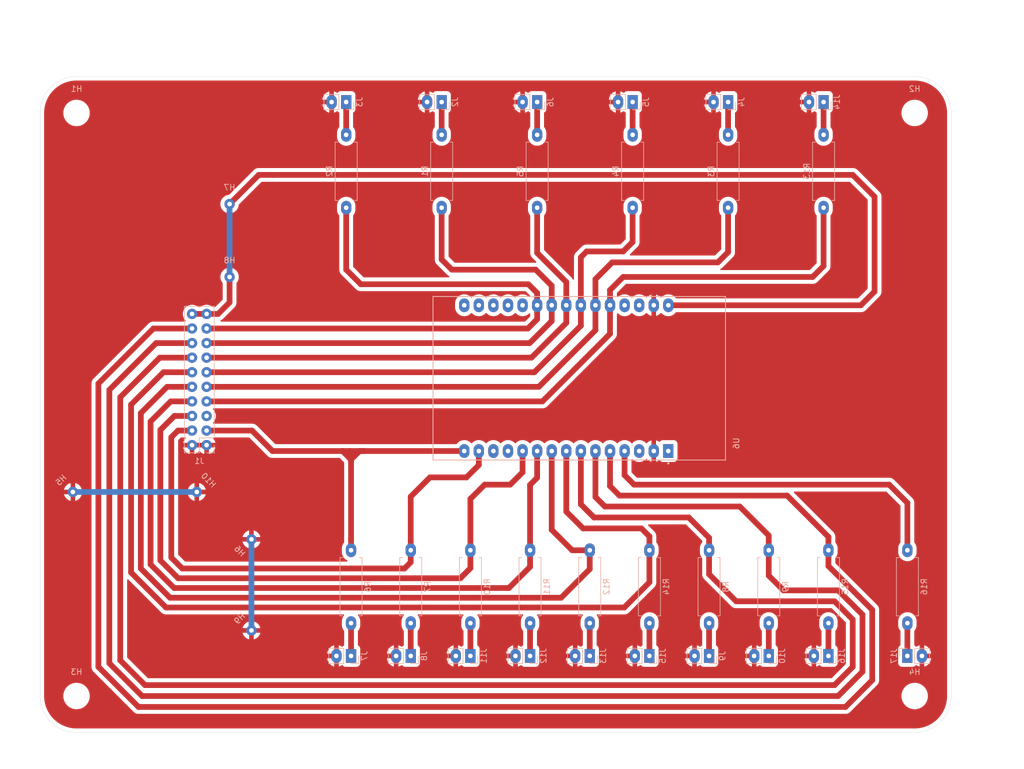
<source format=kicad_pcb>
(kicad_pcb (version 20240108) (generator "pcbnew") (generator_version "8.0")
  (title_block (title "Tool Manager PCB v2") (date "08/10/2024") (company "ETS - Robert Bosch Curitiba"))
  (layers (0 "F.Cu" signal) (31 "B.Cu" signal) (34 "B.Paste" user) (35 "F.Paste" user) (36 "B.SilkS" user "B.Silkscreen") (37 "F.SilkS" user "F.Silkscreen") (38 "B.Mask" user) (39 "F.Mask" user) (44 "Edge.Cuts" user))
  (net 0 "")
  (net 1 "+5V")
  (net 2 "GND")
  (net 4 "/RR3")
  (net 5 "/RR8")
  (net 6 "/RR10")
  (net 7 "/RR13")
  (net 8 "/RR1")
  (net 9 "/RR7")
  (net 10 "/RR15")
  (net 11 "/RR4")
  (net 12 "/RR11")
  (net 13 "/RR12")
  (net 14 "/RR14")
  (net 15 "/RR9")
  (net 16 "/RR5")
  (net 17 "/RR6")
  (net 18 "/RR2")
  (net 19 "Net-(J2-Pin_1)")
  (net 20 "Net-(J3-Pin_1)")
  (net 21 "Net-(J4-Pin_1)")
  (net 22 "Net-(J5-Pin_1)")
  (net 23 "Net-(J6-Pin_1)")
  (net 24 "Net-(J7-Pin_1)")
  (net 25 "Net-(J8-Pin_1)")
  (net 26 "Net-(J9-Pin_1)")
  (net 27 "Net-(J10-Pin_1)")
  (net 28 "Net-(J11-Pin_1)")
  (net 29 "Net-(J12-Pin_1)")
  (net 30 "Net-(J13-Pin_1)")
  (net 31 "Net-(J14-Pin_1)")
  (net 32 "Net-(J15-Pin_1)")
  (net 33 "Net-(J16-Pin_1)")
  (net 42 "Net-(J17-Pin_1)")
  (net 46 "/RR16")
  (footprint "Addlibrary:R_Axial_DIN0411_L9.9mm_D3.6mm_P12.70mm_HorizontalLONGPADS" (layer "B.Cu") (at 138.938 35.56 -90)
    (property "Reference" "R3" (at 6.35 2.92 90) (layer "B.SilkS") (effects (justify mirror)))
    (property "Value" "100")
    (pad "1" thru_hole oval (at 0 0 270) (size 2.4 1.8) (drill 0.8) (layers "*.Cu" "*.Mask") (net 21 "Net-(J4-Pin_1)"))
    (pad "2" thru_hole oval (at 12.7 0 270) (size 2.4 1.8) (drill 0.8) (layers "*.Cu" "*.Mask") (net 4 "/RR3"))
  )
  (footprint "Addlibrary:PinSocket_2x10_P2.54mm_VerticalLongPads" (layer "B.Cu") (at 48.065 89.63)
    (property "Reference" "J1" (at -1.27 2.77 0) (layer "B.SilkS") (effects (justify mirror)))
    (property "Value" "Conn_01x20_Socket")
    (pad "1" thru_hole oval (at 0 0) (size 1.8 1.8) (drill 0.8) (layers "*.Cu" "*.Mask") (net 2 "GND"))
    (pad "2" thru_hole oval (at -2.54 0) (size 1.8 1.8) (drill 0.8) (layers "*.Cu" "*.Mask") (net 2 "GND"))
    (pad "3" thru_hole oval (at 0 -2.54) (size 1.8 1.8) (drill 0.8) (layers "*.Cu" "*.Mask") (net 17 "/RR6"))
    (pad "4" thru_hole oval (at -2.54 -2.54) (size 1.8 1.8) (drill 0.8) (layers "*.Cu" "*.Mask") (net 9 "/RR7"))
    (pad "5" thru_hole oval (at 0 -5.08) (size 1.8 1.8) (drill 0.8) (layers "*.Cu" "*.Mask"))
    (pad "6" thru_hole oval (at -2.54 -5.08) (size 1.8 1.8) (drill 0.8) (layers "*.Cu" "*.Mask") (net 6 "/RR10"))
    (pad "7" thru_hole oval (at 0 -7.62) (size 1.8 1.8) (drill 0.8) (layers "*.Cu" "*.Mask") (net 7 "/RR13"))
    (pad "8" thru_hole oval (at -2.54 -7.62) (size 1.8 1.8) (drill 0.8) (layers "*.Cu" "*.Mask") (net 12 "/RR11"))
    (pad "9" thru_hole oval (at 0 -10.16) (size 1.8 1.8) (drill 0.8) (layers "*.Cu" "*.Mask") (net 4 "/RR3"))
    (pad "10" thru_hole oval (at -2.54 -10.16) (size 1.8 1.8) (drill 0.8) (layers "*.Cu" "*.Mask") (net 13 "/RR12"))
    (pad "11" thru_hole oval (at 0 -12.7) (size 1.8 1.8) (drill 0.8) (layers "*.Cu" "*.Mask") (net 11 "/RR4"))
    (pad "12" thru_hole oval (at -2.54 -12.7) (size 1.8 1.8) (drill 0.8) (layers "*.Cu" "*.Mask") (net 14 "/RR14"))
    (pad "13" thru_hole oval (at 0 -15.24) (size 1.8 1.8) (drill 0.8) (layers "*.Cu" "*.Mask") (net 16 "/RR5"))
    (pad "14" thru_hole oval (at -2.54 -15.24) (size 1.8 1.8) (drill 0.8) (layers "*.Cu" "*.Mask") (net 5 "/RR8"))
    (pad "15" thru_hole oval (at 0 -17.78) (size 1.8 1.8) (drill 0.8) (layers "*.Cu" "*.Mask") (net 8 "/RR1"))
    (pad "16" thru_hole oval (at -2.54 -17.78) (size 1.8 1.8) (drill 0.8) (layers "*.Cu" "*.Mask") (net 15 "/RR9"))
    (pad "17" thru_hole oval (at 0 -20.32) (size 1.8 1.8) (drill 0.8) (layers "*.Cu" "*.Mask") (net 18 "/RR2"))
    (pad "18" thru_hole oval (at -2.54 -20.32) (size 1.8 1.8) (drill 0.8) (layers "*.Cu" "*.Mask") (net 10 "/RR15"))
    (pad "19" thru_hole oval (at 0 -22.86) (size 1.8 1.8) (drill 0.8) (layers "*.Cu" "*.Mask") (net 1 "+5V"))
    (pad "20" thru_hole oval (at -2.54 -22.86) (size 1.8 1.8) (drill 0.8) (layers "*.Cu" "*.Mask") (net 1 "+5V"))
  )
  (footprint "Addlibrary:DefaultVia" (layer "B.Cu") (at 24.765 97.79 -135)
    (property "Reference" "H5" (at 0 2.9 45) (layer "B.SilkS") (effects (justify mirror)))
    (property "Value" "MountingHole_Pad")
    (pad "1" thru_hole circle (at 0 0 225) (size 1.8 1.8) (drill 0.8) (layers "*.Cu" "*.Mask") (net 2 "GND"))
  )
  (footprint "Addlibrary:R_Axial_DIN0411_L9.9mm_D3.6mm_P12.70mm_HorizontalLONGPADS" (layer "B.Cu") (at 114.829125 120.65 90)
    (property "Reference" "R12" (at 6.35 2.92 90) (layer "B.SilkS") (effects (justify mirror)))
    (property "Value" "100")
    (pad "1" thru_hole oval (at 0 0 90) (size 2.4 1.8) (drill 0.8) (layers "*.Cu" "*.Mask") (net 30 "Net-(J13-Pin_1)"))
    (pad "2" thru_hole oval (at 12.7 0 90) (size 2.4 1.8) (drill 0.8) (layers "*.Cu" "*.Mask") (net 13 "/RR12"))
  )
  (footprint "Addlibrary:R_Axial_DIN0411_L9.9mm_D3.6mm_P12.70mm_HorizontalLONGPADS" (layer "B.Cu") (at 105.664 35.56 -90)
    (property "Reference" "R5" (at 6.35 2.92 90) (layer "B.SilkS") (effects (justify mirror)))
    (property "Value" "100")
    (pad "1" thru_hole oval (at 0 0 270) (size 2.4 1.8) (drill 0.8) (layers "*.Cu" "*.Mask") (net 23 "Net-(J6-Pin_1)"))
    (pad "2" thru_hole oval (at 12.7 0 270) (size 2.4 1.8) (drill 0.8) (layers "*.Cu" "*.Mask") (net 16 "/RR5"))
  )
  (footprint "Addlibrary:PinHeader_1x02_P2.54mm_VerticalLongPads" (layer "B.Cu") (at 155.575 29.845 90)
    (property "Reference" "J14" (at 0 2.33 -90) (layer "B.SilkS") (effects (justify mirror)))
    (property "Value" "Conn_01x02_Pin")
    (pad "1" thru_hole rect (at 0 0 90) (size 2.4 1.8) (drill 0.8) (layers "*.Cu" "*.Mask") (net 31 "Net-(J14-Pin_1)"))
    (pad "2" thru_hole oval (at 0 -2.54 90) (size 2.4 1.8) (drill 0.8) (layers "*.Cu" "*.Mask") (net 2 "GND"))
  )
  (footprint "Addlibrary:R_Axial_DIN0411_L9.9mm_D3.6mm_P12.70mm_HorizontalLONGPADS" (layer "B.Cu") (at 125.22725 120.65 90)
    (property "Reference" "R14" (at 6.35 2.92 90) (layer "B.SilkS") (effects (justify mirror)))
    (property "Value" "100")
    (pad "1" thru_hole oval (at 0 0 90) (size 2.4 1.8) (drill 0.8) (layers "*.Cu" "*.Mask") (net 32 "Net-(J15-Pin_1)"))
    (pad "2" thru_hole oval (at 12.7 0 90) (size 2.4 1.8) (drill 0.8) (layers "*.Cu" "*.Mask") (net 14 "/RR14"))
  )
  (footprint "Addlibrary:PinHeader_1x02_P2.54mm_VerticalLongPads" (layer "B.Cu") (at 73.236625 126.365 90)
    (property "Reference" "J7" (at 0 2.33 -90) (layer "B.SilkS") (effects (justify mirror)))
    (property "Value" "Conn_01x02_Pin")
    (pad "1" thru_hole rect (at 0 0 90) (size 2.4 1.8) (drill 0.8) (layers "*.Cu" "*.Mask") (net 24 "Net-(J7-Pin_1)"))
    (pad "2" thru_hole oval (at 0 -2.54 90) (size 2.4 1.8) (drill 0.8) (layers "*.Cu" "*.Mask") (net 2 "GND"))
  )
  (footprint "Addlibrary:R_Axial_DIN0411_L9.9mm_D3.6mm_P12.70mm_HorizontalLONGPADS" (layer "B.Cu") (at 155.575 35.56 -90)
    (property "Reference" "R13" (at 6.35 2.92 90) (layer "B.SilkS") (effects (justify mirror)))
    (property "Value" "100")
    (pad "1" thru_hole oval (at 0 0 270) (size 2.4 1.8) (drill 0.8) (layers "*.Cu" "*.Mask") (net 31 "Net-(J14-Pin_1)"))
    (pad "2" thru_hole oval (at 12.7 0 270) (size 2.4 1.8) (drill 0.8) (layers "*.Cu" "*.Mask") (net 7 "/RR13"))
  )
  (footprint "Addlibrary:R_Axial_DIN0411_L9.9mm_D3.6mm_P12.70mm_HorizontalLONGPADS" (layer "B.Cu") (at 94.032875 120.65 90)
    (property "Reference" "R10" (at 6.35 2.92 90) (layer "B.SilkS") (effects (justify mirror)))
    (property "Value" "100")
    (pad "1" thru_hole oval (at 0 0 90) (size 2.4 1.8) (drill 0.8) (layers "*.Cu" "*.Mask") (net 28 "Net-(J11-Pin_1)"))
    (pad "2" thru_hole oval (at 12.7 0 90) (size 2.4 1.8) (drill 0.8) (layers "*.Cu" "*.Mask") (net 6 "/RR10"))
  )
  (footprint "Addlibrary:PinHeader_1x02_P2.54mm_VerticalLongPads" (layer "B.Cu") (at 104.431 126.365 90)
    (property "Reference" "J12" (at 0 2.33 -90) (layer "B.SilkS") (effects (justify mirror)))
    (property "Value" "Conn_01x02_Pin")
    (pad "1" thru_hole rect (at 0 0 90) (size 2.4 1.8) (drill 0.8) (layers "*.Cu" "*.Mask") (net 29 "Net-(J12-Pin_1)"))
    (pad "2" thru_hole oval (at 0 -2.54 90) (size 2.4 1.8) (drill 0.8) (layers "*.Cu" "*.Mask") (net 2 "GND"))
  )
  (footprint "MountingHole:MountingHole_3.2mm_M3" (layer "B.Cu") (at 171.45 133.35 180)
    (property "Reference" "H4" (at 0 4.2 0) (layer "B.SilkS") (effects (justify mirror)))
    (property "Value" "MountingHole")
    (pad "" np_thru_hole circle (at 0 0 180) (size 3.2 3.2) (drill 3.2) (layers "*.Cu" "*.Mask"))
  )
  (footprint "Addlibrary:DefaultVia" (layer "B.Cu") (at 55.88 106.045 -45)
    (property "Reference" "H6" (at 0 2.9 135) (layer "B.SilkS") (effects (justify mirror)))
    (property "Value" "MountingHole_Pad")
    (pad "1" thru_hole circle (at 0 0 315) (size 1.8 1.8) (drill 0.8) (layers "*.Cu" "*.Mask") (net 2 "GND"))
  )
  (footprint "Addlibrary:R_Axial_DIN0411_L9.9mm_D3.6mm_P12.70mm_HorizontalLONGPADS" (layer "B.Cu") (at 135.625375 120.65 90)
    (property "Reference" "R8" (at 6.35 2.92 90) (layer "B.SilkS") (effects (justify mirror)))
    (property "Value" "100")
    (pad "1" thru_hole oval (at 0 0 90) (size 2.4 1.8) (drill 0.8) (layers "*.Cu" "*.Mask") (net 26 "Net-(J9-Pin_1)"))
    (pad "2" thru_hole oval (at 12.7 0 90) (size 2.4 1.8) (drill 0.8) (layers "*.Cu" "*.Mask") (net 5 "/RR8"))
  )
  (footprint "Addlibrary:R_Axial_DIN0411_L9.9mm_D3.6mm_P12.70mm_HorizontalLONGPADS" (layer "B.Cu") (at 72.39 35.56 -90)
    (property "Reference" "R2" (at 6.35 2.92 90) (layer "B.SilkS") (effects (justify mirror)))
    (property "Value" "100")
    (pad "1" thru_hole oval (at 0 0 270) (size 2.4 1.8) (drill 0.8) (layers "*.Cu" "*.Mask") (net 20 "Net-(J3-Pin_1)"))
    (pad "2" thru_hole oval (at 12.7 0 270) (size 2.4 1.8) (drill 0.8) (layers "*.Cu" "*.Mask") (net 18 "/RR2"))
  )
  (footprint "Addlibrary:PinHeader_1x02_P2.54mm_VerticalLongPads" (layer "B.Cu") (at 114.829125 126.365 90)
    (property "Reference" "J13" (at 0 2.33 -90) (layer "B.SilkS") (effects (justify mirror)))
    (property "Value" "Conn_01x02_Pin")
    (pad "1" thru_hole rect (at 0 0 90) (size 2.4 1.8) (drill 0.8) (layers "*.Cu" "*.Mask") (net 30 "Net-(J13-Pin_1)"))
    (pad "2" thru_hole oval (at 0 -2.54 90) (size 2.4 1.8) (drill 0.8) (layers "*.Cu" "*.Mask") (net 2 "GND"))
  )
  (footprint "MountingHole:MountingHole_3.2mm_M3" (layer "B.Cu") (at 171.45 31.75 180)
    (property "Reference" "H2" (at 0 4.2 0) (layer "B.SilkS") (effects (justify mirror)))
    (property "Value" "MountingHole" (hide yes))
    (pad "" np_thru_hole circle (at 0 0 180) (size 3.2 3.2) (drill 3.2) (layers "*.Cu" "*.Mask"))
  )
  (footprint "Addlibrary:R_Axial_DIN0411_L9.9mm_D3.6mm_P12.70mm_HorizontalLONGPADS" (layer "B.Cu") (at 83.63475 120.65 90)
    (property "Reference" "R7" (at 6.35 2.92 90) (layer "B.SilkS") (effects (justify mirror)))
    (property "Value" "100")
    (pad "1" thru_hole oval (at 0 0 90) (size 2.4 1.8) (drill 0.8) (layers "*.Cu" "*.Mask") (net 25 "Net-(J8-Pin_1)"))
    (pad "2" thru_hole oval (at 12.7 0 90) (size 2.4 1.8) (drill 0.8) (layers "*.Cu" "*.Mask") (net 9 "/RR7"))
  )
  (footprint "Addlibrary:DefaultVia" (layer "B.Cu") (at 52.07 60.325 180)
    (property "Reference" "H8" (at 0 2.9 0) (layer "B.SilkS") (effects (justify mirror)))
    (property "Value" "MountingHole_Pad")
    (pad "1" thru_hole circle (at 0 0 180) (size 1.8 1.8) (drill 0.8) (layers "*.Cu" "*.Mask") (net 1 "+5V"))
  )
  (footprint "Addlibrary:PinHeader_1x02_P2.54mm_VerticalLongPads" (layer "B.Cu") (at 89.027 29.845 90)
    (property "Reference" "J2" (at 0 2.33 -90) (layer "B.SilkS") (effects (justify mirror)))
    (property "Value" "Conn_01x02_Pin")
    (pad "1" thru_hole rect (at 0 0 90) (size 2.4 1.8) (drill 0.8) (layers "*.Cu" "*.Mask") (net 19 "Net-(J2-Pin_1)"))
    (pad "2" thru_hole oval (at 0 -2.54 90) (size 2.4 1.8) (drill 0.8) (layers "*.Cu" "*.Mask") (net 2 "GND"))
  )
  (footprint "Addlibrary:PinHeader_1x02_P2.54mm_VerticalLongPads" (layer "B.Cu") (at 122.301 29.845 90)
    (property "Reference" "J5" (at 0 2.33 -90) (layer "B.SilkS") (effects (justify mirror)))
    (property "Value" "Conn_01x02_Pin")
    (pad "1" thru_hole rect (at 0 0 90) (size 2.4 1.8) (drill 0.8) (layers "*.Cu" "*.Mask") (net 22 "Net-(J5-Pin_1)"))
    (pad "2" thru_hole oval (at 0 -2.54 90) (size 2.4 1.8) (drill 0.8) (layers "*.Cu" "*.Mask") (net 2 "GND"))
  )
  (footprint "Addlibrary:R_Axial_DIN0411_L9.9mm_D3.6mm_P12.70mm_HorizontalLONGPADS" (layer "B.Cu") (at 170.18 120.65 90)
    (property "Reference" "R16" (at 6.35 2.92 90) (layer "B.SilkS") (effects (justify mirror)))
    (property "Value" "100")
    (pad "1" thru_hole oval (at 0 0 90) (size 2.4 1.8) (drill 0.8) (layers "*.Cu" "*.Mask") (net 42 "Net-(J17-Pin_1)"))
    (pad "2" thru_hole oval (at 12.7 0 90) (size 2.4 1.8) (drill 0.8) (layers "*.Cu" "*.Mask") (net 46 "/RR16"))
  )
  (footprint "Addlibrary:R_Axial_DIN0411_L9.9mm_D3.6mm_P12.70mm_HorizontalLONGPADS" (layer "B.Cu") (at 156.421625 120.65 90)
    (property "Reference" "R15" (at 6.35 2.92 90) (layer "B.SilkS") (effects (justify mirror)))
    (property "Value" "100")
    (pad "1" thru_hole oval (at 0 0 90) (size 2.4 1.8) (drill 0.8) (layers "*.Cu" "*.Mask") (net 33 "Net-(J16-Pin_1)"))
    (pad "2" thru_hole oval (at 12.7 0 90) (size 2.4 1.8) (drill 0.8) (layers "*.Cu" "*.Mask") (net 10 "/RR15"))
  )
  (footprint "Addlibrary:MODULE_ESP32_DEVKIT_V1LongPads" (layer "B.Cu") (at 113.0075 77.9575 90)
    (property "Reference" "U6" (at -11.355 27.36 -90) (layer "B.SilkS") (effects (justify mirror)))
    (property "Value" "ESP32-DEVKIT-V1")
    (pad "1" thru_hole rect (at -12.7 15.515 90) (size 2.4 1.8) (drill 0.8) (layers "*.Cu" "*.Mask"))
    (pad "2" thru_hole oval (at -12.7 12.975 90) (size 2.4 1.8) (drill 0.8) (layers "*.Cu" "*.Mask") (net 2 "GND"))
    (pad "3" thru_hole oval (at -12.7 10.435 90) (size 2.4 1.8) (drill 0.8) (layers "*.Cu" "*.Mask"))
    (pad "4" thru_hole oval (at -12.7 7.895 90) (size 2.4 1.8) (drill 0.8) (layers "*.Cu" "*.Mask") (net 46 "/RR16"))
    (pad "5" thru_hole oval (at -12.7 5.355 90) (size 2.4 1.8) (drill 0.8) (layers "*.Cu" "*.Mask") (net 10 "/RR15"))
    (pad "6" thru_hole oval (at -12.7 2.815 90) (size 2.4 1.8) (drill 0.8) (layers "*.Cu" "*.Mask") (net 15 "/RR9"))
    (pad "7" thru_hole oval (at -12.7 0.275 90) (size 2.4 1.8) (drill 0.8) (layers "*.Cu" "*.Mask") (net 5 "/RR8"))
    (pad "8" thru_hole oval (at -12.7 -2.265 90) (size 2.4 1.8) (drill 0.8) (layers "*.Cu" "*.Mask") (net 14 "/RR14"))
    (pad "9" thru_hole oval (at -12.7 -4.805 90) (size 2.4 1.8) (drill 0.8) (layers "*.Cu" "*.Mask") (net 13 "/RR12"))
    (pad "10" thru_hole oval (at -12.7 -7.345 90) (size 2.4 1.8) (drill 0.8) (layers "*.Cu" "*.Mask") (net 12 "/RR11"))
    (pad "11" thru_hole oval (at -12.7 -9.885 90) (size 2.4 1.8) (drill 0.8) (layers "*.Cu" "*.Mask") (net 6 "/RR10"))
    (pad "12" thru_hole oval (at -12.7 -12.425 90) (size 2.4 1.8) (drill 0.8) (layers "*.Cu" "*.Mask"))
    (pad "13" thru_hole oval (at -12.7 -14.965 90) (size 2.4 1.8) (drill 0.8) (layers "*.Cu" "*.Mask"))
    (pad "14" thru_hole oval (at -12.7 -17.505 90) (size 2.4 1.8) (drill 0.8) (layers "*.Cu" "*.Mask") (net 9 "/RR7"))
    (pad "15" thru_hole oval (at -12.7 -20.045 90) (size 2.4 1.8) (drill 0.8) (layers "*.Cu" "*.Mask") (net 17 "/RR6"))
    (pad "16" thru_hole oval (at 12.7 -20.045 90) (size 2.4 1.8) (drill 0.8) (layers "*.Cu" "*.Mask"))
    (pad "17" thru_hole oval (at 12.7 -17.505 90) (size 2.4 1.8) (drill 0.8) (layers "*.Cu" "*.Mask"))
    (pad "18" thru_hole oval (at 12.7 -14.965 90) (size 2.4 1.8) (drill 0.8) (layers "*.Cu" "*.Mask"))
    (pad "19" thru_hole oval (at 12.7 -12.425 90) (size 2.4 1.8) (drill 0.8) (layers "*.Cu" "*.Mask"))
    (pad "20" thru_hole oval (at 12.7 -9.885 90) (size 2.4 1.8) (drill 0.8) (layers "*.Cu" "*.Mask"))
    (pad "21" thru_hole oval (at 12.7 -7.345 90) (size 2.4 1.8) (drill 0.8) (layers "*.Cu" "*.Mask") (net 18 "/RR2"))
    (pad "22" thru_hole oval (at 12.7 -4.805 90) (size 2.4 1.8) (drill 0.8) (layers "*.Cu" "*.Mask") (net 8 "/RR1"))
    (pad "23" thru_hole oval (at 12.7 -2.265 90) (size 2.4 1.8) (drill 0.8) (layers "*.Cu" "*.Mask") (net 16 "/RR5"))
    (pad "24" thru_hole oval (at 12.7 0.275 90) (size 2.4 1.8) (drill 0.8) (layers "*.Cu" "*.Mask") (net 11 "/RR4"))
    (pad "25" thru_hole oval (at 12.7 2.815 90) (size 2.4 1.8) (drill 0.8) (layers "*.Cu" "*.Mask") (net 4 "/RR3"))
    (pad "26" thru_hole oval (at 12.7 5.355 90) (size 2.4 1.8) (drill 0.8) (layers "*.Cu" "*.Mask") (net 7 "/RR13"))
    (pad "27" thru_hole oval (at 12.7 7.895 90) (size 2.4 1.8) (drill 0.8) (layers "*.Cu" "*.Mask"))
    (pad "28" thru_hole oval (at 12.7 10.435 90) (size 2.4 1.8) (drill 0.8) (layers "*.Cu" "*.Mask"))
    (pad "29" thru_hole oval (at 12.7 12.975 90) (size 2.4 1.8) (drill 0.8) (layers "*.Cu" "*.Mask") (net 2 "GND"))
    (pad "30" thru_hole oval (at 12.7 15.515 90) (size 2.4 1.8) (drill 0.8) (layers "*.Cu" "*.Mask") (net 1 "+5V"))
  )
  (footprint "MountingHole:MountingHole_3.2mm_M3" (layer "B.Cu") (at 25.4 31.75 180)
    (property "Reference" "H1" (at 0 4.2 0) (layer "B.SilkS") (effects (justify mirror)))
    (property "Value" "MountingHole")
    (pad "" np_thru_hole circle (at 0 0 180) (size 3.2 3.2) (drill 3.2) (layers "*.Cu" "*.Mask"))
  )
  (footprint "Addlibrary:PinHeader_1x02_P2.54mm_VerticalLongPads" (layer "B.Cu") (at 72.39 29.845 90)
    (property "Reference" "J3" (at 0 2.33 -90) (layer "B.SilkS") (effects (justify mirror)))
    (property "Value" "Conn_01x02_Pin")
    (pad "1" thru_hole rect (at 0 0 90) (size 2.4 1.8) (drill 0.8) (layers "*.Cu" "*.Mask") (net 20 "Net-(J3-Pin_1)"))
    (pad "2" thru_hole oval (at 0 -2.54 90) (size 2.4 1.8) (drill 0.8) (layers "*.Cu" "*.Mask") (net 2 "GND"))
  )
  (footprint "MountingHole:MountingHole_3.2mm_M3" (layer "B.Cu") (at 25.4 133.35 180)
    (property "Reference" "H3" (at 0 4.2 0) (layer "B.SilkS") (effects (justify mirror)))
    (property "Value" "MountingHole")
    (pad "" np_thru_hole circle (at 0 0 180) (size 3.2 3.2) (drill 3.2) (layers "*.Cu" "*.Mask"))
  )
  (footprint "Addlibrary:PinHeader_1x02_P2.54mm_VerticalLongPads" (layer "B.Cu") (at 125.22725 126.365 90)
    (property "Reference" "J15" (at 0 2.33 -90) (layer "B.SilkS") (effects (justify mirror)))
    (property "Value" "Conn_01x02_Pin")
    (pad "1" thru_hole rect (at 0 0 90) (size 2.4 1.8) (drill 0.8) (layers "*.Cu" "*.Mask") (net 32 "Net-(J15-Pin_1)"))
    (pad "2" thru_hole oval (at 0 -2.54 90) (size 2.4 1.8) (drill 0.8) (layers "*.Cu" "*.Mask") (net 2 "GND"))
  )
  (footprint "Addlibrary:R_Axial_DIN0411_L9.9mm_D3.6mm_P12.70mm_HorizontalLONGPADS" (layer "B.Cu") (at 146.0235 120.65 90)
    (property "Reference" "R9" (at 6.35 2.92 90) (layer "B.SilkS") (effects (justify mirror)))
    (property "Value" "100")
    (pad "1" thru_hole oval (at 0 0 90) (size 2.4 1.8) (drill 0.8) (layers "*.Cu" "*.Mask") (net 27 "Net-(J10-Pin_1)"))
    (pad "2" thru_hole oval (at 12.7 0 90) (size 2.4 1.8) (drill 0.8) (layers "*.Cu" "*.Mask") (net 15 "/RR9"))
  )
  (footprint "Addlibrary:R_Axial_DIN0411_L9.9mm_D3.6mm_P12.70mm_HorizontalLONGPADS" (layer "B.Cu") (at 89.027 35.56 -90)
    (property "Reference" "R1" (at 6.35 2.92 90) (layer "B.SilkS") (effects (justify mirror)))
    (property "Value" "100")
    (pad "1" thru_hole oval (at 0 0 270) (size 2.4 1.8) (drill 0.8) (layers "*.Cu" "*.Mask") (net 19 "Net-(J2-Pin_1)"))
    (pad "2" thru_hole oval (at 12.7 0 270) (size 2.4 1.8) (drill 0.8) (layers "*.Cu" "*.Mask") (net 8 "/RR1"))
  )
  (footprint "Addlibrary:PinHeader_1x02_P2.54mm_VerticalLongPads" (layer "B.Cu") (at 138.938 29.845 90)
    (property "Reference" "J4" (at 0 2.33 -90) (layer "B.SilkS") (effects (justify mirror)))
    (property "Value" "Conn_01x02_Pin")
    (pad "1" thru_hole rect (at 0 0 90) (size 2.4 1.8) (drill 0.8) (layers "*.Cu" "*.Mask") (net 21 "Net-(J4-Pin_1)"))
    (pad "2" thru_hole oval (at 0 -2.54 90) (size 2.4 1.8) (drill 0.8) (layers "*.Cu" "*.Mask") (net 2 "GND"))
  )
  (footprint "Addlibrary:R_Axial_DIN0411_L9.9mm_D3.6mm_P12.70mm_HorizontalLONGPADS" (layer "B.Cu") (at 73.236625 120.65 90)
    (property "Reference" "R6" (at 6.35 2.92 90) (layer "B.SilkS") (effects (justify mirror)))
    (property "Value" "100")
    (pad "1" thru_hole oval (at 0 0 90) (size 2.4 1.8) (drill 0.8) (layers "*.Cu" "*.Mask") (net 24 "Net-(J7-Pin_1)"))
    (pad "2" thru_hole oval (at 12.7 0 90) (size 2.4 1.8) (drill 0.8) (layers "*.Cu" "*.Mask") (net 17 "/RR6"))
  )
  (footprint "Addlibrary:R_Axial_DIN0411_L9.9mm_D3.6mm_P12.70mm_HorizontalLONGPADS" (layer "B.Cu") (at 122.301 35.56 -90)
    (property "Reference" "R4" (at 6.35 2.92 90) (layer "B.SilkS") (effects (justify mirror)))
    (property "Value" "100")
    (pad "1" thru_hole oval (at 0 0 270) (size 2.4 1.8) (drill 0.8) (layers "*.Cu" "*.Mask") (net 22 "Net-(J5-Pin_1)"))
    (pad "2" thru_hole oval (at 12.7 0 270) (size 2.4 1.8) (drill 0.8) (layers "*.Cu" "*.Mask") (net 11 "/RR4"))
  )
  (footprint "Addlibrary:PinHeader_1x02_P2.54mm_VerticalLongPads" (layer "B.Cu") (at 135.625375 126.365 90)
    (property "Reference" "J9" (at 0 2.33 -90) (layer "B.SilkS") (effects (justify mirror)))
    (property "Value" "Conn_01x02_Pin")
    (pad "1" thru_hole rect (at 0 0 90) (size 2.4 1.8) (drill 0.8) (layers "*.Cu" "*.Mask") (net 26 "Net-(J9-Pin_1)"))
    (pad "2" thru_hole oval (at 0 -2.54 90) (size 2.4 1.8) (drill 0.8) (layers "*.Cu" "*.Mask") (net 2 "GND"))
  )
  (footprint "Addlibrary:PinHeader_1x02_P2.54mm_VerticalLongPads" (layer "B.Cu") (at 105.664 29.845 90)
    (property "Reference" "J6" (at 0 2.33 -90) (layer "B.SilkS") (effects (justify mirror)))
    (property "Value" "Conn_01x02_Pin")
    (pad "1" thru_hole rect (at 0 0 90) (size 2.4 1.8) (drill 0.8) (layers "*.Cu" "*.Mask") (net 23 "Net-(J6-Pin_1)"))
    (pad "2" thru_hole oval (at 0 -2.54 90) (size 2.4 1.8) (drill 0.8) (layers "*.Cu" "*.Mask") (net 2 "GND"))
  )
  (footprint "Addlibrary:PinHeader_1x02_P2.54mm_VerticalLongPads" (layer "B.Cu") (at 83.63475 126.365 90)
    (property "Reference" "J8" (at 0 2.33 -90) (layer "B.SilkS") (effects (justify mirror)))
    (property "Value" "Conn_01x02_Pin")
    (pad "1" thru_hole rect (at 0 0 90) (size 2.4 1.8) (drill 0.8) (layers "*.Cu" "*.Mask") (net 25 "Net-(J8-Pin_1)"))
    (pad "2" thru_hole oval (at 0 -2.54 90) (size 2.4 1.8) (drill 0.8) (layers "*.Cu" "*.Mask") (net 2 "GND"))
  )
  (footprint "Addlibrary:PinHeader_1x02_P2.54mm_VerticalLongPads" (layer "B.Cu") (at 94.032875 126.365 90)
    (property "Reference" "J11" (at 0 2.33 -90) (layer "B.SilkS") (effects (justify mirror)))
    (property "Value" "Conn_01x02_Pin")
    (pad "1" thru_hole rect (at 0 0 90) (size 2.4 1.8) (drill 0.8) (layers "*.Cu" "*.Mask") (net 28 "Net-(J11-Pin_1)"))
    (pad "2" thru_hole oval (at 0 -2.54 90) (size 2.4 1.8) (drill 0.8) (layers "*.Cu" "*.Mask") (net 2 "GND"))
  )
  (footprint "Addlibrary:DefaultVia" (layer "B.Cu") (at 46.355 97.79 135)
    (property "Reference" "H10" (at 0 2.9 135) (layer "B.SilkS") (effects (justify mirror)))
    (property "Value" "MountingHole_Pad")
    (pad "1" thru_hole circle (at 0 0 135) (size 1.8 1.8) (drill 0.8) (layers "*.Cu" "*.Mask") (net 2 "GND"))
  )
  (footprint "Addlibrary:DefaultVia" (layer "B.Cu") (at 52.07 47.625 180)
    (property "Reference" "H7" (at 0 2.9 0) (layer "B.SilkS") (effects (justify mirror)))
    (property "Value" "MountingHole_Pad")
    (pad "1" thru_hole circle (at 0 0 180) (size 1.8 1.8) (drill 0.8) (layers "*.Cu" "*.Mask") (net 1 "+5V"))
  )
  (footprint "Addlibrary:R_Axial_DIN0411_L9.9mm_D3.6mm_P12.70mm_HorizontalLONGPADS" (layer "B.Cu") (at 104.431 120.65 90)
    (property "Reference" "R11" (at 6.35 2.92 90) (layer "B.SilkS") (effects (justify mirror)))
    (property "Value" "100")
    (pad "1" thru_hole oval (at 0 0 90) (size 2.4 1.8) (drill 0.8) (layers "*.Cu" "*.Mask") (net 29 "Net-(J12-Pin_1)"))
    (pad "2" thru_hole oval (at 12.7 0 90) (size 2.4 1.8) (drill 0.8) (layers "*.Cu" "*.Mask") (net 12 "/RR11"))
  )
  (footprint "Addlibrary:PinHeader_1x02_P2.54mm_VerticalLongPads" (layer "B.Cu") (at 170.175 126.365 -90)
    (property "Reference" "J17" (at 0 2.33 90) (layer "B.SilkS") (effects (justify mirror)))
    (property "Value" "Conn_01x02_Pin")
    (pad "1" thru_hole rect (at 0 0 270) (size 2.4 1.8) (drill 0.8) (layers "*.Cu" "*.Mask") (net 42 "Net-(J17-Pin_1)"))
    (pad "2" thru_hole oval (at 0 -2.54 270) (size 2.4 1.8) (drill 0.8) (layers "*.Cu" "*.Mask") (net 2 "GND"))
  )
  (footprint "Addlibrary:PinHeader_1x02_P2.54mm_VerticalLongPads" (layer "B.Cu") (at 146.0235 126.365 90)
    (property "Reference" "J10" (at 0 2.33 -90) (layer "B.SilkS") (effects (justify mirror)))
    (property "Value" "Conn_01x02_Pin")
    (pad "1" thru_hole rect (at 0 0 90) (size 2.4 1.8) (drill 0.8) (layers "*.Cu" "*.Mask") (net 27 "Net-(J10-Pin_1)"))
    (pad "2" thru_hole oval (at 0 -2.54 90) (size 2.4 1.8) (drill 0.8) (layers "*.Cu" "*.Mask") (net 2 "GND"))
  )
  (footprint "Addlibrary:DefaultVia" (layer "B.Cu") (at 55.88 121.92 -135)
    (property "Reference" "H9" (at 0 2.9 45) (layer "B.SilkS") (effects (justify mirror)))
    (property "Value" "MountingHole_Pad")
    (pad "1" thru_hole circle (at 0 0 225) (size 1.8 1.8) (drill 0.8) (layers "*.Cu" "*.Mask") (net 2 "GND"))
  )
  (footprint "Addlibrary:PinHeader_1x02_P2.54mm_VerticalLongPads" (layer "B.Cu") (at 156.421625 126.365 90)
    (property "Reference" "J16" (at 0 2.33 -90) (layer "B.SilkS") (effects (justify mirror)))
    (property "Value" "Conn_01x02_Pin")
    (pad "1" thru_hole rect (at 0 0 90) (size 2.4 1.8) (drill 0.8) (layers "*.Cu" "*.Mask") (net 33 "Net-(J16-Pin_1)"))
    (pad "2" thru_hole oval (at 0 -2.54 90) (size 2.4 1.8) (drill 0.8) (layers "*.Cu" "*.Mask") (net 2 "GND"))
  )
  (gr_line (start 177.8 31.75) (end 177.8 133.35) (stroke (width 0.05)) (layer "Edge.Cuts"))
  (gr_line (start 171.45 139.7) (end 25.4 139.7) (stroke (width 0.05)) (layer "Edge.Cuts"))
  (gr_line (start 19.05 133.35) (end 19.05 31.75) (stroke (width 0.05)) (layer "Edge.Cuts"))
  (gr_arc (start 25.4 139.7) (mid 20.909872 137.840128) (end 19.05 133.35) (stroke (width 0.05)) (layer "Edge.Cuts"))
  (gr_arc (start 171.45 25.4) (mid 175.940128 27.259872) (end 177.8 31.75) (stroke (width 0.05)) (layer "Edge.Cuts"))
  (gr_line (start 25.4 25.4) (end 171.45 25.4) (stroke (width 0.05)) (layer "Edge.Cuts"))
  (gr_arc (start 177.8 133.35) (mid 175.940128 137.840128) (end 171.45 139.7) (stroke (width 0.05)) (layer "Edge.Cuts"))
  (gr_arc (start 19.05 31.75) (mid 20.909872 27.259872) (end 25.4 25.4) (stroke (width 0.05)) (layer "Edge.Cuts"))
  (segment (start 160.655 42.545) (end 164.465 46.355) (width 1) (layer "F.Cu") (net 1))
  (segment (start 164.465 62.865) (end 162.0725 65.2575) (width 1) (layer "F.Cu") (net 1))
  (segment (start 52.07 64.77) (end 52.07 60.325) (width 1) (layer "F.Cu") (net 1))
  (segment (start 50.07 66.77) (end 52.07 64.77) (width 1) (layer "F.Cu") (net 1))
  (segment (start 52.07 47.625) (end 57.15 42.545) (width 1) (layer "F.Cu") (net 1))
  (segment (start 59.69 42.545) (end 160.655 42.545) (width 1) (layer "F.Cu") (net 1))
  (segment (start 164.465 46.355) (end 164.465 62.865) (width 1) (layer "F.Cu") (net 1))
  (segment (start 45.525 66.77) (end 48.065 66.77) (width 1) (layer "F.Cu") (net 1))
  (segment (start 57.15 42.545) (end 59.69 42.545) (width 1) (layer "F.Cu") (net 1))
  (segment (start 48.065 66.77) (end 50.07 66.77) (width 1) (layer "F.Cu") (net 1))
  (segment (start 162.0725 65.2575) (end 128.5225 65.2575) (width 1) (layer "F.Cu") (net 1))
  (segment (start 52.07 60.325) (end 52.07 47.625) (width 1) (layer "B.Cu") (net 1))
  (segment (start 24.765 97.79) (end 46.355 97.79) (width 1) (layer "B.Cu") (net 2))
  (segment (start 55.88 106.045) (end 55.88 121.92) (width 1) (layer "B.Cu") (net 2))
  (segment (start 115.8225 69.5975) (end 115.8225 65.2575) (width 1) (layer "F.Cu") (net 4))
  (segment (start 48.065 79.47) (end 105.95 79.47) (width 1) (layer "F.Cu") (net 4))
  (segment (start 137.16 57.785) (end 138.938 56.007) (width 1) (layer "F.Cu") (net 4))
  (segment (start 118.745 57.785) (end 137.16 57.785) (width 1) (layer "F.Cu") (net 4))
  (segment (start 105.95 79.47) (end 115.8225 69.5975) (width 1) (layer "F.Cu") (net 4))
  (segment (start 115.8225 60.7075) (end 118.745 57.785) (width 1) (layer "F.Cu") (net 4))
  (segment (start 138.938 56.007) (end 138.938 48.26) (width 1) (layer "F.Cu") (net 4))
  (segment (start 115.8225 65.2575) (end 115.8225 60.7075) (width 1) (layer "F.Cu") (net 4))
  (segment (start 157.48 131.445) (end 37.329164 131.445) (width 1) (layer "F.Cu") (net 5))
  (segment (start 135.625375 107.95) (end 135.625375 112.130375) (width 1) (layer "F.Cu") (net 5))
  (segment (start 157.48 116.84) (end 160.655 120.015) (width 1) (layer "F.Cu") (net 5))
  (segment (start 135.625375 112.130375) (end 140.335 116.84) (width 1) (layer "F.Cu") (net 5))
  (segment (start 33.02 127.135836) (end 33.02 81.28) (width 1) (layer "F.Cu") (net 5))
  (segment (start 132.08 102.235) (end 135.625375 105.780375) (width 1) (layer "F.Cu") (net 5))
  (segment (start 37.329164 131.445) (end 33.02 127.135836) (width 1) (layer "F.Cu") (net 5))
  (segment (start 160.655 128.27) (end 157.48 131.445) (width 1) (layer "F.Cu") (net 5))
  (segment (start 39.91 74.39) (end 45.525 74.39) (width 1) (layer "F.Cu") (net 5))
  (segment (start 33.02 81.28) (end 39.91 74.39) (width 1) (layer "F.Cu") (net 5))
  (segment (start 113.2825 99.9475) (end 115.57 102.235) (width 1) (layer "F.Cu") (net 5))
  (segment (start 140.335 116.84) (end 157.48 116.84) (width 1) (layer "F.Cu") (net 5))
  (segment (start 135.625375 105.780375) (end 135.625375 107.95) (width 1) (layer "F.Cu") (net 5))
  (segment (start 115.57 102.235) (end 132.08 102.235) (width 1) (layer "F.Cu") (net 5))
  (segment (start 113.2825 90.6575) (end 113.2825 99.9475) (width 1) (layer "F.Cu") (net 5))
  (segment (start 160.655 120.015) (end 160.655 128.27) (width 1) (layer "F.Cu") (net 5))
  (segment (start 42.45 84.55) (end 45.525 84.55) (width 1) (layer "F.Cu") (net 6))
  (segment (start 96.52 96.52) (end 94.032875 99.007125) (width 1) (layer "F.Cu") (net 6))
  (segment (start 103.1225 90.6575) (end 103.1225 94.3625) (width 1) (layer "F.Cu") (net 6))
  (segment (start 40.005 86.995) (end 42.45 84.55) (width 1) (layer "F.Cu") (net 6))
  (segment (start 43.110836 112.825) (end 40.005 109.719164) (width 1) (layer "F.Cu") (net 6))
  (segment (start 92.28 112.825) (end 43.110836 112.825) (width 1) (layer "F.Cu") (net 6))
  (segment (start 94.032875 107.95) (end 94.032875 111.072125) (width 1) (layer "F.Cu") (net 6))
  (segment (start 100.965 96.52) (end 96.52 96.52) (width 1) (layer "F.Cu") (net 6))
  (segment (start 40.005 109.719164) (end 40.005 86.995) (width 1) (layer "F.Cu") (net 6))
  (segment (start 103.1225 94.3625) (end 100.965 96.52) (width 1) (layer "F.Cu") (net 6))
  (segment (start 94.032875 111.072125) (end 92.28 112.825) (width 1) (layer "F.Cu") (net 6))
  (segment (start 94.032875 99.007125) (end 94.032875 107.95) (width 1) (layer "F.Cu") (net 6))
  (segment (start 120.65 60.325) (end 153.67 60.325) (width 1) (layer "F.Cu") (net 7))
  (segment (start 106.585 82.01) (end 118.3625 70.2325) (width 1) (layer "F.Cu") (net 7))
  (segment (start 48.065 82.01) (end 106.585 82.01) (width 1) (layer "F.Cu") (net 7))
  (segment (start 118.3625 62.6125) (end 120.65 60.325) (width 1) (layer "F.Cu") (net 7))
  (segment (start 118.3625 70.2325) (end 118.3625 65.2575) (width 1) (layer "F.Cu") (net 7))
  (segment (start 155.575 58.42) (end 155.575 48.26) (width 1) (layer "F.Cu") (net 7))
  (segment (start 118.3625 65.2575) (end 118.3625 62.6125) (width 1) (layer "F.Cu") (net 7))
  (segment (start 153.67 60.325) (end 155.575 58.42) (width 1) (layer "F.Cu") (net 7))
  (segment (start 108.2025 68.01) (end 108.2025 65.2575) (width 1) (layer "F.Cu") (net 8))
  (segment (start 90.805 59.055) (end 89.027 57.277) (width 1) (layer "F.Cu") (net 8))
  (segment (start 48.065 71.85) (end 104.3625 71.85) (width 1) (layer "F.Cu") (net 8))
  (segment (start 89.027 57.277) (end 89.027 48.26) (width 1) (layer "F.Cu") (net 8))
  (segment (start 108.2025 65.2575) (end 108.2025 61.8475) (width 1) (layer "F.Cu") (net 8))
  (segment (start 104.3625 71.85) (end 108.2025 68.01) (width 1) (layer "F.Cu") (net 8))
  (segment (start 108.2025 61.8475) (end 105.41 59.055) (width 1) (layer "F.Cu") (net 8))
  (segment (start 105.41 59.055) (end 90.805 59.055) (width 1) (layer "F.Cu") (net 8))
  (segment (start 83.63475 98.61025) (end 83.63475 107.95) (width 1) (layer "F.Cu") (net 9))
  (segment (start 83.63475 107.95) (end 83.63475 110.04025) (width 1) (layer "F.Cu") (net 9))
  (segment (start 83.63475 110.04025) (end 82.55 111.125) (width 1) (layer "F.Cu") (net 9))
  (segment (start 41.91 88.265) (end 43.085 87.09) (width 1) (layer "F.Cu") (net 9))
  (segment (start 95.5025 90.6575) (end 95.5025 93.0925) (width 1) (layer "F.Cu") (net 9))
  (segment (start 43.815 111.125) (end 41.91 109.22) (width 1) (layer "F.Cu") (net 9))
  (segment (start 93.345 95.25) (end 86.995 95.25) (width 1) (layer "F.Cu") (net 9))
  (segment (start 41.91 109.22) (end 41.91 88.265) (width 1) (layer "F.Cu") (net 9))
  (segment (start 95.5025 93.0925) (end 93.345 95.25) (width 1) (layer "F.Cu") (net 9))
  (segment (start 43.085 87.09) (end 45.525 87.09) (width 1) (layer "F.Cu") (net 9))
  (segment (start 86.995 95.25) (end 83.63475 98.61025) (width 1) (layer "F.Cu") (net 9))
  (segment (start 82.55 111.125) (end 43.815 111.125) (width 1) (layer "F.Cu") (net 9))
  (segment (start 159.385 135.255) (end 36.195 135.255) (width 1) (layer "F.Cu") (net 10))
  (segment (start 149.225 98.425) (end 156.421625 105.621625) (width 1) (layer "F.Cu") (net 10))
  (segment (start 120.015 98.425) (end 149.225 98.425) (width 1) (layer "F.Cu") (net 10))
  (segment (start 118.3625 90.6575) (end 118.3625 96.7725) (width 1) (layer "F.Cu") (net 10))
  (segment (start 38.79875 69.31) (end 45.525 69.31) (width 1) (layer "F.Cu") (net 10))
  (segment (start 118.3625 96.7725) (end 120.015 98.425) (width 1) (layer "F.Cu") (net 10))
  (segment (start 156.421625 107.95) (end 156.21 107.95) (width 1) (layer "F.Cu") (net 10))
  (segment (start 29.21 128.27) (end 29.21 78.89875) (width 1) (layer "F.Cu") (net 10))
  (segment (start 29.21 78.89875) (end 38.79875 69.31) (width 1) (layer "F.Cu") (net 10))
  (segment (start 156.421625 110.701625) (end 164.055 118.335) (width 1) (layer "F.Cu") (net 10))
  (segment (start 156.421625 107.95) (end 156.421625 110.701625) (width 1) (layer "F.Cu") (net 10))
  (segment (start 36.195 135.255) (end 29.21 128.27) (width 1) (layer "F.Cu") (net 10))
  (segment (start 164.055 130.585) (end 159.385 135.255) (width 1) (layer "F.Cu") (net 10))
  (segment (start 156.421625 105.621625) (end 156.421625 107.95) (width 1) (layer "F.Cu") (net 10))
  (segment (start 164.055 118.335) (end 164.055 130.585) (width 1) (layer "F.Cu") (net 10))
  (segment (start 105.179164 76.93) (end 113.2825 68.826664) (width 1) (layer "F.Cu") (net 11))
  (segment (start 122.301 54.229) (end 122.301 48.26) (width 1) (layer "F.Cu") (net 11))
  (segment (start 114.3 55.88) (end 120.65 55.88) (width 1) (layer "F.Cu") (net 11))
  (segment (start 113.2825 68.826664) (end 113.2825 65.2575) (width 1) (layer "F.Cu") (net 11))
  (segment (start 48.065 76.93) (end 105.179164 76.93) (width 1) (layer "F.Cu") (net 11))
  (segment (start 113.2825 56.8975) (end 114.3 55.88) (width 1) (layer "F.Cu") (net 11))
  (segment (start 113.2825 65.2575) (end 113.2825 56.8975) (width 1) (layer "F.Cu") (net 11))
  (segment (start 120.65 55.88) (end 122.301 54.229) (width 1) (layer "F.Cu") (net 11))
  (segment (start 38.305 110.423328) (end 38.305 85.52) (width 1) (layer "F.Cu") (net 12))
  (segment (start 42.406672 114.525) (end 38.305 110.423328) (width 1) (layer "F.Cu") (net 12))
  (segment (start 104.431 110.834) (end 100.74 114.525) (width 1) (layer "F.Cu") (net 12))
  (segment (start 105.6625 95.315) (end 104.431 96.5465) (width 1) (layer "F.Cu") (net 12))
  (segment (start 41.815 82.01) (end 45.525 82.01) (width 1) (layer "F.Cu") (net 12))
  (segment (start 38.305 85.52) (end 41.815 82.01) (width 1) (layer "F.Cu") (net 12))
  (segment (start 100.74 114.525) (end 42.406672 114.525) (width 1) (layer "F.Cu") (net 12))
  (segment (start 104.431 96.5465) (end 104.431 107.95) (width 1) (layer "F.Cu") (net 12))
  (segment (start 104.431 107.95) (end 104.431 110.834) (width 1) (layer "F.Cu") (net 12))
  (segment (start 105.6625 90.6575) (end 105.6625 95.315) (width 1) (layer "F.Cu") (net 12))
  (segment (start 108.2025 90.6575) (end 108.2025 104.3925) (width 1) (layer "F.Cu") (net 13))
  (segment (start 36.605 111.127492) (end 36.605 84.045) (width 1) (layer "F.Cu") (net 13))
  (segment (start 114.829125 111.230875) (end 109.835 116.225) (width 1) (layer "F.Cu") (net 13))
  (segment (start 114.829125 107.95) (end 114.829125 111.230875) (width 1) (layer "F.Cu") (net 13))
  (segment (start 41.18 79.47) (end 45.525 79.47) (width 1) (layer "F.Cu") (net 13))
  (segment (start 36.605 84.045) (end 41.18 79.47) (width 1) (layer "F.Cu") (net 13))
  (segment (start 109.835 116.225) (end 41.702508 116.225) (width 1) (layer "F.Cu") (net 13))
  (segment (start 111.76 107.95) (end 114.829125 107.95) (width 1) (layer "F.Cu") (net 13))
  (segment (start 41.702508 116.225) (end 36.605 111.127492) (width 1) (layer "F.Cu") (net 13))
  (segment (start 108.2025 104.3925) (end 111.76 107.95) (width 1) (layer "F.Cu") (net 13))
  (segment (start 110.7425 90.6575) (end 110.7425 101.2175) (width 1) (layer "F.Cu") (net 14))
  (segment (start 40.545 76.93) (end 45.525 76.93) (width 1) (layer "F.Cu") (net 14))
  (segment (start 123.825 104.14) (end 125.22725 105.54225) (width 1) (layer "F.Cu") (net 14))
  (segment (start 34.905 82.57) (end 40.545 76.93) (width 1) (layer "F.Cu") (net 14))
  (segment (start 120.835 117.925) (end 40.998344 117.925) (width 1) (layer "F.Cu") (net 14))
  (segment (start 110.7425 101.2175) (end 113.665 104.14) (width 1) (layer "F.Cu") (net 14))
  (segment (start 34.905 111.831656) (end 34.905 82.57) (width 1) (layer "F.Cu") (net 14))
  (segment (start 125.22725 105.54225) (end 125.22725 107.95) (width 1) (layer "F.Cu") (net 14))
  (segment (start 40.998344 117.925) (end 34.905 111.831656) (width 1) (layer "F.Cu") (net 14))
  (segment (start 125.22725 113.53275) (end 120.835 117.925) (width 1) (layer "F.Cu") (net 14))
  (segment (start 125.22725 107.95) (end 125.22725 113.53275) (width 1) (layer "F.Cu") (net 14))
  (segment (start 113.665 104.14) (end 123.825 104.14) (width 1) (layer "F.Cu") (net 14))
  (segment (start 115.8225 90.6575) (end 115.8225 98.6775) (width 1) (layer "F.Cu") (net 15))
  (segment (start 162.355 129.11) (end 158.115 133.35) (width 1) (layer "F.Cu") (net 15))
  (segment (start 140.97 100.33) (end 146.0235 105.3835) (width 1) (layer "F.Cu") (net 15))
  (segment (start 158.115 133.35) (end 36.83 133.35) (width 1) (layer "F.Cu") (net 15))
  (segment (start 117.475 100.33) (end 140.97 100.33) (width 1) (layer "F.Cu") (net 15))
  (segment (start 31.115 127.635) (end 31.115 80.01) (width 1) (layer "F.Cu") (net 15))
  (segment (start 146.0235 107.95) (end 146.0235 112.3685) (width 1) (layer "F.Cu") (net 15))
  (segment (start 146.0235 112.3685) (end 148.59 114.935) (width 1) (layer "F.Cu") (net 15))
  (segment (start 36.83 133.35) (end 31.115 127.635) (width 1) (layer "F.Cu") (net 15))
  (segment (start 31.115 80.01) (end 39.275 71.85) (width 1) (layer "F.Cu") (net 15))
  (segment (start 115.8225 98.6775) (end 117.475 100.33) (width 1) (layer "F.Cu") (net 15))
  (segment (start 39.275 71.85) (end 45.525 71.85) (width 1) (layer "F.Cu") (net 15))
  (segment (start 146.0235 105.3835) (end 146.0235 107.95) (width 1) (layer "F.Cu") (net 15))
  (segment (start 158.115 114.935) (end 162.355 119.175) (width 1) (layer "F.Cu") (net 15))
  (segment (start 148.59 114.935) (end 158.115 114.935) (width 1) (layer "F.Cu") (net 15))
  (segment (start 162.355 119.175) (end 162.355 129.11) (width 1) (layer "F.Cu") (net 15))
  (segment (start 105.664 56.134) (end 105.664 48.26) (width 1) (layer "F.Cu") (net 16))
  (segment (start 110.7425 65.2575) (end 110.7425 68.3275) (width 1) (layer "F.Cu") (net 16))
  (segment (start 110.7425 68.3275) (end 104.68 74.39) (width 1) (layer "F.Cu") (net 16))
  (segment (start 110.7425 65.2575) (end 110.7425 61.2125) (width 1) (layer "F.Cu") (net 16))
  (segment (start 110.7425 61.2125) (end 105.664 56.134) (width 1) (layer "F.Cu") (net 16))
  (segment (start 104.68 74.39) (end 48.065 74.39) (width 1) (layer "F.Cu") (net 16))
  (segment (start 55.975 87.09) (end 48.065 87.09) (width 1) (layer "F.Cu") (net 17))
  (segment (start 73.236625 92.139125) (end 74.71825 90.6575) (width 1) (layer "F.Cu") (net 17))
  (segment (start 71.755 90.6575) (end 59.5425 90.6575) (width 1) (layer "F.Cu") (net 17))
  (segment (start 73.025 90.6575) (end 71.755 90.6575) (width 1) (layer "F.Cu") (net 17))
  (segment (start 73.236625 92.498375) (end 73.236625 92.139125) (width 1) (layer "F.Cu") (net 17))
  (segment (start 73.025 90.6575) (end 73.025 91.9275) (width 1) (layer "F.Cu") (net 17))
  (segment (start 74.71825 90.6575) (end 75.565 90.6575) (width 1) (layer "F.Cu") (net 17))
  (segment (start 59.5425 90.6575) (end 55.975 87.09) (width 1) (layer "F.Cu") (net 17))
  (segment (start 75.565 90.6575) (end 92.9625 90.6575) (width 1) (layer "F.Cu") (net 17))
  (segment (start 75.565 90.6575) (end 73.025 90.6575) (width 1) (layer "F.Cu") (net 17))
  (segment (start 73.236625 107.95) (end 73.236625 92.498375) (width 1) (layer "F.Cu") (net 17))
  (segment (start 73.236625 92.139125) (end 71.755 90.6575) (width 1) (layer "F.Cu") (net 17))
  (segment (start 73.025 91.9275) (end 73.236625 92.139125) (width 1) (layer "F.Cu") (net 17))
  (segment (start 105.6625 67.6925) (end 105.6625 65.2575) (width 1) (layer "F.Cu") (net 18))
  (segment (start 105.6625 65.2575) (end 105.6625 63.1175) (width 1) (layer "F.Cu") (net 18))
  (segment (start 72.39 59.055) (end 72.39 48.26) (width 1) (layer "F.Cu") (net 18))
  (segment (start 104.14 61.595) (end 74.93 61.595) (width 1) (layer "F.Cu") (net 18))
  (segment (start 105.6625 63.1175) (end 104.14 61.595) (width 1) (layer "F.Cu") (net 18))
  (segment (start 74.93 61.595) (end 72.39 59.055) (width 1) (layer "F.Cu") (net 18))
  (segment (start 48.065 69.31) (end 104.045 69.31) (width 1) (layer "F.Cu") (net 18))
  (segment (start 104.045 69.31) (end 105.6625 67.6925) (width 1) (layer "F.Cu") (net 18))
  (segment (start 89.027 29.845) (end 89.027 35.56) (width 1) (layer "F.Cu") (net 19))
  (segment (start 72.39 29.845) (end 72.39 35.56) (width 1) (layer "F.Cu") (net 20))
  (segment (start 138.938 29.845) (end 138.938 35.56) (width 1) (layer "F.Cu") (net 21))
  (segment (start 122.301 35.56) (end 122.301 29.845) (width 1) (layer "F.Cu") (net 22))
  (segment (start 105.664 29.845) (end 105.664 35.56) (width 1) (layer "F.Cu") (net 23))
  (segment (start 73.236625 120.65) (end 73.236625 126.365) (width 1) (layer "F.Cu") (net 24))
  (segment (start 83.63475 126.365) (end 83.63475 120.65) (width 1) (layer "F.Cu") (net 25))
  (segment (start 135.625375 126.365) (end 135.625375 120.65) (width 1) (layer "F.Cu") (net 26))
  (segment (start 146.0235 126.365) (end 146.0235 120.65) (width 1) (layer "F.Cu") (net 27))
  (segment (start 94.032875 126.365) (end 94.032875 120.65) (width 1) (layer "F.Cu") (net 28))
  (segment (start 104.431 126.365) (end 104.431 120.65) (width 1) (layer "F.Cu") (net 29))
  (segment (start 114.829125 126.365) (end 114.829125 120.65) (width 1) (layer "F.Cu") (net 30))
  (segment (start 155.575 29.845) (end 155.575 35.56) (width 1) (layer "F.Cu") (net 31))
  (segment (start 125.22725 126.365) (end 125.22725 120.65) (width 1) (layer "F.Cu") (net 32))
  (segment (start 156.421625 126.365) (end 156.421625 120.65) (width 1) (layer "F.Cu") (net 33))
  (segment (start 170.18 126.36) (end 170.175 126.365) (width 1) (layer "F.Cu") (net 42))
  (segment (start 170.18 120.65) (end 170.18 126.36) (width 1) (layer "F.Cu") (net 42))
  (segment (start 120.9025 90.6575) (end 120.9025 94.8675) (width 1) (layer "F.Cu") (net 46))
  (segment (start 167.005 96.52) (end 170.18 99.695) (width 1) (layer "F.Cu") (net 46))
  (segment (start 122.555 96.52) (end 167.005 96.52) (width 1) (layer "F.Cu") (net 46))
  (segment (start 170.18 99.695) (end 170.18 107.95) (width 1) (layer "F.Cu") (net 46))
  (segment (start 120.9025 94.8675) (end 122.555 96.52) (width 1) (layer "F.Cu") (net 46))
  (zone (net 2) (net_name "GND") (layer "F.Cu") (connect_pads (clearance 0.5)) (min_thickness 0.25) (fill yes (thermal_gap 0.7) (thermal_bridge_width 0.8))
    (polygon (pts (xy 190.5 146.05) (xy 190.5 109.22) (xy 190.5 62.865) (xy 190.5 12.065) (xy 90.17 12.065) (xy 12.065 12.065) (xy 12.065 146.05) (xy 49.53 146.05) (xy 119.38 146.05)))
  )
)
</source>
